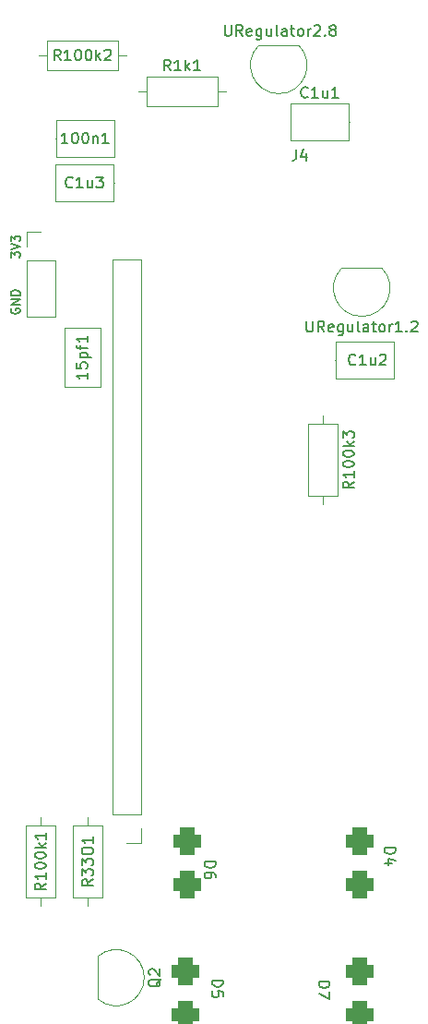
<source format=gto>
G04 #@! TF.GenerationSoftware,KiCad,Pcbnew,(6.0.11)*
G04 #@! TF.CreationDate,2023-02-17T15:39:36+01:00*
G04 #@! TF.ProjectId,vogelhuisje_camera_board,766f6765-6c68-4756-9973-6a655f63616d,rev?*
G04 #@! TF.SameCoordinates,Original*
G04 #@! TF.FileFunction,Legend,Top*
G04 #@! TF.FilePolarity,Positive*
%FSLAX46Y46*%
G04 Gerber Fmt 4.6, Leading zero omitted, Abs format (unit mm)*
G04 Created by KiCad (PCBNEW (6.0.11)) date 2023-02-17 15:39:36*
%MOMM*%
%LPD*%
G01*
G04 APERTURE LIST*
G04 Aperture macros list*
%AMRoundRect*
0 Rectangle with rounded corners*
0 $1 Rounding radius*
0 $2 $3 $4 $5 $6 $7 $8 $9 X,Y pos of 4 corners*
0 Add a 4 corners polygon primitive as box body*
4,1,4,$2,$3,$4,$5,$6,$7,$8,$9,$2,$3,0*
0 Add four circle primitives for the rounded corners*
1,1,$1+$1,$2,$3*
1,1,$1+$1,$4,$5*
1,1,$1+$1,$6,$7*
1,1,$1+$1,$8,$9*
0 Add four rect primitives between the rounded corners*
20,1,$1+$1,$2,$3,$4,$5,0*
20,1,$1+$1,$4,$5,$6,$7,0*
20,1,$1+$1,$6,$7,$8,$9,0*
20,1,$1+$1,$8,$9,$2,$3,0*%
G04 Aperture macros list end*
%ADD10C,0.152400*%
%ADD11C,0.150000*%
%ADD12C,0.120000*%
%ADD13R,1.300000X1.300000*%
%ADD14C,1.300000*%
%ADD15C,1.600000*%
%ADD16O,1.600000X1.600000*%
%ADD17R,2.200000X3.300000*%
%ADD18R,0.300000X1.100000*%
%ADD19RoundRect,0.625000X0.675000X0.625000X-0.675000X0.625000X-0.675000X-0.625000X0.675000X-0.625000X0*%
%ADD20R,1.500000X1.050000*%
%ADD21O,1.500000X1.050000*%
%ADD22R,1.700000X1.700000*%
%ADD23O,1.700000X1.700000*%
G04 APERTURE END LIST*
D10*
X91033600Y-83169276D02*
X90994895Y-83246685D01*
X90994895Y-83362800D01*
X91033600Y-83478914D01*
X91111009Y-83556323D01*
X91188419Y-83595028D01*
X91343238Y-83633733D01*
X91459352Y-83633733D01*
X91614171Y-83595028D01*
X91691580Y-83556323D01*
X91768990Y-83478914D01*
X91807695Y-83362800D01*
X91807695Y-83285390D01*
X91768990Y-83169276D01*
X91730285Y-83130571D01*
X91459352Y-83130571D01*
X91459352Y-83285390D01*
X91807695Y-82782228D02*
X90994895Y-82782228D01*
X91807695Y-82317771D01*
X90994895Y-82317771D01*
X91807695Y-81930723D02*
X90994895Y-81930723D01*
X90994895Y-81737200D01*
X91033600Y-81621085D01*
X91111009Y-81543676D01*
X91188419Y-81504971D01*
X91343238Y-81466266D01*
X91459352Y-81466266D01*
X91614171Y-81504971D01*
X91691580Y-81543676D01*
X91768990Y-81621085D01*
X91807695Y-81737200D01*
X91807695Y-81930723D01*
X90994895Y-78476323D02*
X90994895Y-77973161D01*
X91304533Y-78244095D01*
X91304533Y-78127980D01*
X91343238Y-78050571D01*
X91381942Y-78011866D01*
X91459352Y-77973161D01*
X91652876Y-77973161D01*
X91730285Y-78011866D01*
X91768990Y-78050571D01*
X91807695Y-78127980D01*
X91807695Y-78360209D01*
X91768990Y-78437619D01*
X91730285Y-78476323D01*
X90994895Y-77740933D02*
X91807695Y-77470000D01*
X90994895Y-77199066D01*
X90994895Y-77005542D02*
X90994895Y-76502380D01*
X91304533Y-76773314D01*
X91304533Y-76657200D01*
X91343238Y-76579790D01*
X91381942Y-76541085D01*
X91459352Y-76502380D01*
X91652876Y-76502380D01*
X91730285Y-76541085D01*
X91768990Y-76579790D01*
X91807695Y-76657200D01*
X91807695Y-76889428D01*
X91768990Y-76966838D01*
X91730285Y-77005542D01*
D11*
X110628571Y-57152380D02*
X110628571Y-57961904D01*
X110676190Y-58057142D01*
X110723809Y-58104761D01*
X110819047Y-58152380D01*
X111009523Y-58152380D01*
X111104761Y-58104761D01*
X111152380Y-58057142D01*
X111200000Y-57961904D01*
X111200000Y-57152380D01*
X112247619Y-58152380D02*
X111914285Y-57676190D01*
X111676190Y-58152380D02*
X111676190Y-57152380D01*
X112057142Y-57152380D01*
X112152380Y-57200000D01*
X112200000Y-57247619D01*
X112247619Y-57342857D01*
X112247619Y-57485714D01*
X112200000Y-57580952D01*
X112152380Y-57628571D01*
X112057142Y-57676190D01*
X111676190Y-57676190D01*
X113057142Y-58104761D02*
X112961904Y-58152380D01*
X112771428Y-58152380D01*
X112676190Y-58104761D01*
X112628571Y-58009523D01*
X112628571Y-57628571D01*
X112676190Y-57533333D01*
X112771428Y-57485714D01*
X112961904Y-57485714D01*
X113057142Y-57533333D01*
X113104761Y-57628571D01*
X113104761Y-57723809D01*
X112628571Y-57819047D01*
X113961904Y-57485714D02*
X113961904Y-58295238D01*
X113914285Y-58390476D01*
X113866666Y-58438095D01*
X113771428Y-58485714D01*
X113628571Y-58485714D01*
X113533333Y-58438095D01*
X113961904Y-58104761D02*
X113866666Y-58152380D01*
X113676190Y-58152380D01*
X113580952Y-58104761D01*
X113533333Y-58057142D01*
X113485714Y-57961904D01*
X113485714Y-57676190D01*
X113533333Y-57580952D01*
X113580952Y-57533333D01*
X113676190Y-57485714D01*
X113866666Y-57485714D01*
X113961904Y-57533333D01*
X114866666Y-57485714D02*
X114866666Y-58152380D01*
X114438095Y-57485714D02*
X114438095Y-58009523D01*
X114485714Y-58104761D01*
X114580952Y-58152380D01*
X114723809Y-58152380D01*
X114819047Y-58104761D01*
X114866666Y-58057142D01*
X115485714Y-58152380D02*
X115390476Y-58104761D01*
X115342857Y-58009523D01*
X115342857Y-57152380D01*
X116295238Y-58152380D02*
X116295238Y-57628571D01*
X116247619Y-57533333D01*
X116152380Y-57485714D01*
X115961904Y-57485714D01*
X115866666Y-57533333D01*
X116295238Y-58104761D02*
X116200000Y-58152380D01*
X115961904Y-58152380D01*
X115866666Y-58104761D01*
X115819047Y-58009523D01*
X115819047Y-57914285D01*
X115866666Y-57819047D01*
X115961904Y-57771428D01*
X116200000Y-57771428D01*
X116295238Y-57723809D01*
X116628571Y-57485714D02*
X117009523Y-57485714D01*
X116771428Y-57152380D02*
X116771428Y-58009523D01*
X116819047Y-58104761D01*
X116914285Y-58152380D01*
X117009523Y-58152380D01*
X117485714Y-58152380D02*
X117390476Y-58104761D01*
X117342857Y-58057142D01*
X117295238Y-57961904D01*
X117295238Y-57676190D01*
X117342857Y-57580952D01*
X117390476Y-57533333D01*
X117485714Y-57485714D01*
X117628571Y-57485714D01*
X117723809Y-57533333D01*
X117771428Y-57580952D01*
X117819047Y-57676190D01*
X117819047Y-57961904D01*
X117771428Y-58057142D01*
X117723809Y-58104761D01*
X117628571Y-58152380D01*
X117485714Y-58152380D01*
X118247619Y-58152380D02*
X118247619Y-57485714D01*
X118247619Y-57676190D02*
X118295238Y-57580952D01*
X118342857Y-57533333D01*
X118438095Y-57485714D01*
X118533333Y-57485714D01*
X118819047Y-57247619D02*
X118866666Y-57200000D01*
X118961904Y-57152380D01*
X119200000Y-57152380D01*
X119295238Y-57200000D01*
X119342857Y-57247619D01*
X119390476Y-57342857D01*
X119390476Y-57438095D01*
X119342857Y-57580952D01*
X118771428Y-58152380D01*
X119390476Y-58152380D01*
X119819047Y-58057142D02*
X119866666Y-58104761D01*
X119819047Y-58152380D01*
X119771428Y-58104761D01*
X119819047Y-58057142D01*
X119819047Y-58152380D01*
X120438095Y-57580952D02*
X120342857Y-57533333D01*
X120295238Y-57485714D01*
X120247619Y-57390476D01*
X120247619Y-57342857D01*
X120295238Y-57247619D01*
X120342857Y-57200000D01*
X120438095Y-57152380D01*
X120628571Y-57152380D01*
X120723809Y-57200000D01*
X120771428Y-57247619D01*
X120819047Y-57342857D01*
X120819047Y-57390476D01*
X120771428Y-57485714D01*
X120723809Y-57533333D01*
X120628571Y-57580952D01*
X120438095Y-57580952D01*
X120342857Y-57628571D01*
X120295238Y-57676190D01*
X120247619Y-57771428D01*
X120247619Y-57961904D01*
X120295238Y-58057142D01*
X120342857Y-58104761D01*
X120438095Y-58152380D01*
X120628571Y-58152380D01*
X120723809Y-58104761D01*
X120771428Y-58057142D01*
X120819047Y-57961904D01*
X120819047Y-57771428D01*
X120771428Y-57676190D01*
X120723809Y-57628571D01*
X120628571Y-57580952D01*
X118118571Y-84292380D02*
X118118571Y-85101904D01*
X118166190Y-85197142D01*
X118213809Y-85244761D01*
X118309047Y-85292380D01*
X118499523Y-85292380D01*
X118594761Y-85244761D01*
X118642380Y-85197142D01*
X118690000Y-85101904D01*
X118690000Y-84292380D01*
X119737619Y-85292380D02*
X119404285Y-84816190D01*
X119166190Y-85292380D02*
X119166190Y-84292380D01*
X119547142Y-84292380D01*
X119642380Y-84340000D01*
X119690000Y-84387619D01*
X119737619Y-84482857D01*
X119737619Y-84625714D01*
X119690000Y-84720952D01*
X119642380Y-84768571D01*
X119547142Y-84816190D01*
X119166190Y-84816190D01*
X120547142Y-85244761D02*
X120451904Y-85292380D01*
X120261428Y-85292380D01*
X120166190Y-85244761D01*
X120118571Y-85149523D01*
X120118571Y-84768571D01*
X120166190Y-84673333D01*
X120261428Y-84625714D01*
X120451904Y-84625714D01*
X120547142Y-84673333D01*
X120594761Y-84768571D01*
X120594761Y-84863809D01*
X120118571Y-84959047D01*
X121451904Y-84625714D02*
X121451904Y-85435238D01*
X121404285Y-85530476D01*
X121356666Y-85578095D01*
X121261428Y-85625714D01*
X121118571Y-85625714D01*
X121023333Y-85578095D01*
X121451904Y-85244761D02*
X121356666Y-85292380D01*
X121166190Y-85292380D01*
X121070952Y-85244761D01*
X121023333Y-85197142D01*
X120975714Y-85101904D01*
X120975714Y-84816190D01*
X121023333Y-84720952D01*
X121070952Y-84673333D01*
X121166190Y-84625714D01*
X121356666Y-84625714D01*
X121451904Y-84673333D01*
X122356666Y-84625714D02*
X122356666Y-85292380D01*
X121928095Y-84625714D02*
X121928095Y-85149523D01*
X121975714Y-85244761D01*
X122070952Y-85292380D01*
X122213809Y-85292380D01*
X122309047Y-85244761D01*
X122356666Y-85197142D01*
X122975714Y-85292380D02*
X122880476Y-85244761D01*
X122832857Y-85149523D01*
X122832857Y-84292380D01*
X123785238Y-85292380D02*
X123785238Y-84768571D01*
X123737619Y-84673333D01*
X123642380Y-84625714D01*
X123451904Y-84625714D01*
X123356666Y-84673333D01*
X123785238Y-85244761D02*
X123690000Y-85292380D01*
X123451904Y-85292380D01*
X123356666Y-85244761D01*
X123309047Y-85149523D01*
X123309047Y-85054285D01*
X123356666Y-84959047D01*
X123451904Y-84911428D01*
X123690000Y-84911428D01*
X123785238Y-84863809D01*
X124118571Y-84625714D02*
X124499523Y-84625714D01*
X124261428Y-84292380D02*
X124261428Y-85149523D01*
X124309047Y-85244761D01*
X124404285Y-85292380D01*
X124499523Y-85292380D01*
X124975714Y-85292380D02*
X124880476Y-85244761D01*
X124832857Y-85197142D01*
X124785238Y-85101904D01*
X124785238Y-84816190D01*
X124832857Y-84720952D01*
X124880476Y-84673333D01*
X124975714Y-84625714D01*
X125118571Y-84625714D01*
X125213809Y-84673333D01*
X125261428Y-84720952D01*
X125309047Y-84816190D01*
X125309047Y-85101904D01*
X125261428Y-85197142D01*
X125213809Y-85244761D01*
X125118571Y-85292380D01*
X124975714Y-85292380D01*
X125737619Y-85292380D02*
X125737619Y-84625714D01*
X125737619Y-84816190D02*
X125785238Y-84720952D01*
X125832857Y-84673333D01*
X125928095Y-84625714D01*
X126023333Y-84625714D01*
X126880476Y-85292380D02*
X126309047Y-85292380D01*
X126594761Y-85292380D02*
X126594761Y-84292380D01*
X126499523Y-84435238D01*
X126404285Y-84530476D01*
X126309047Y-84578095D01*
X127309047Y-85197142D02*
X127356666Y-85244761D01*
X127309047Y-85292380D01*
X127261428Y-85244761D01*
X127309047Y-85197142D01*
X127309047Y-85292380D01*
X127737619Y-84387619D02*
X127785238Y-84340000D01*
X127880476Y-84292380D01*
X128118571Y-84292380D01*
X128213809Y-84340000D01*
X128261428Y-84387619D01*
X128309047Y-84482857D01*
X128309047Y-84578095D01*
X128261428Y-84720952D01*
X127690000Y-85292380D01*
X128309047Y-85292380D01*
X118224761Y-63727142D02*
X118177142Y-63774761D01*
X118034285Y-63822380D01*
X117939047Y-63822380D01*
X117796190Y-63774761D01*
X117700952Y-63679523D01*
X117653333Y-63584285D01*
X117605714Y-63393809D01*
X117605714Y-63250952D01*
X117653333Y-63060476D01*
X117700952Y-62965238D01*
X117796190Y-62870000D01*
X117939047Y-62822380D01*
X118034285Y-62822380D01*
X118177142Y-62870000D01*
X118224761Y-62917619D01*
X119177142Y-63822380D02*
X118605714Y-63822380D01*
X118891428Y-63822380D02*
X118891428Y-62822380D01*
X118796190Y-62965238D01*
X118700952Y-63060476D01*
X118605714Y-63108095D01*
X120034285Y-63155714D02*
X120034285Y-63822380D01*
X119605714Y-63155714D02*
X119605714Y-63679523D01*
X119653333Y-63774761D01*
X119748571Y-63822380D01*
X119891428Y-63822380D01*
X119986666Y-63774761D01*
X120034285Y-63727142D01*
X121034285Y-63822380D02*
X120462857Y-63822380D01*
X120748571Y-63822380D02*
X120748571Y-62822380D01*
X120653333Y-62965238D01*
X120558095Y-63060476D01*
X120462857Y-63108095D01*
X117166666Y-68582380D02*
X117166666Y-69296666D01*
X117119047Y-69439523D01*
X117023809Y-69534761D01*
X116880952Y-69582380D01*
X116785714Y-69582380D01*
X118071428Y-68915714D02*
X118071428Y-69582380D01*
X117833333Y-68534761D02*
X117595238Y-69249047D01*
X118214285Y-69249047D01*
X119247619Y-144861904D02*
X120247619Y-144861904D01*
X120247619Y-145100000D01*
X120200000Y-145242857D01*
X120104761Y-145338095D01*
X120009523Y-145385714D01*
X119819047Y-145433333D01*
X119676190Y-145433333D01*
X119485714Y-145385714D01*
X119390476Y-145338095D01*
X119295238Y-145242857D01*
X119247619Y-145100000D01*
X119247619Y-144861904D01*
X120247619Y-145766666D02*
X120247619Y-146433333D01*
X119247619Y-146004761D01*
X95536000Y-60396380D02*
X95202666Y-59920190D01*
X94964571Y-60396380D02*
X94964571Y-59396380D01*
X95345523Y-59396380D01*
X95440761Y-59444000D01*
X95488380Y-59491619D01*
X95536000Y-59586857D01*
X95536000Y-59729714D01*
X95488380Y-59824952D01*
X95440761Y-59872571D01*
X95345523Y-59920190D01*
X94964571Y-59920190D01*
X96488380Y-60396380D02*
X95916952Y-60396380D01*
X96202666Y-60396380D02*
X96202666Y-59396380D01*
X96107428Y-59539238D01*
X96012190Y-59634476D01*
X95916952Y-59682095D01*
X97107428Y-59396380D02*
X97202666Y-59396380D01*
X97297904Y-59444000D01*
X97345523Y-59491619D01*
X97393142Y-59586857D01*
X97440761Y-59777333D01*
X97440761Y-60015428D01*
X97393142Y-60205904D01*
X97345523Y-60301142D01*
X97297904Y-60348761D01*
X97202666Y-60396380D01*
X97107428Y-60396380D01*
X97012190Y-60348761D01*
X96964571Y-60301142D01*
X96916952Y-60205904D01*
X96869333Y-60015428D01*
X96869333Y-59777333D01*
X96916952Y-59586857D01*
X96964571Y-59491619D01*
X97012190Y-59444000D01*
X97107428Y-59396380D01*
X98059809Y-59396380D02*
X98155047Y-59396380D01*
X98250285Y-59444000D01*
X98297904Y-59491619D01*
X98345523Y-59586857D01*
X98393142Y-59777333D01*
X98393142Y-60015428D01*
X98345523Y-60205904D01*
X98297904Y-60301142D01*
X98250285Y-60348761D01*
X98155047Y-60396380D01*
X98059809Y-60396380D01*
X97964571Y-60348761D01*
X97916952Y-60301142D01*
X97869333Y-60205904D01*
X97821714Y-60015428D01*
X97821714Y-59777333D01*
X97869333Y-59586857D01*
X97916952Y-59491619D01*
X97964571Y-59444000D01*
X98059809Y-59396380D01*
X98821714Y-60396380D02*
X98821714Y-59396380D01*
X98916952Y-60015428D02*
X99202666Y-60396380D01*
X99202666Y-59729714D02*
X98821714Y-60110666D01*
X99583619Y-59491619D02*
X99631238Y-59444000D01*
X99726476Y-59396380D01*
X99964571Y-59396380D01*
X100059809Y-59444000D01*
X100107428Y-59491619D01*
X100155047Y-59586857D01*
X100155047Y-59682095D01*
X100107428Y-59824952D01*
X99536000Y-60396380D01*
X100155047Y-60396380D01*
X104749619Y-144611238D02*
X104702000Y-144706476D01*
X104606761Y-144801714D01*
X104463904Y-144944571D01*
X104416285Y-145039809D01*
X104416285Y-145135047D01*
X104654380Y-145087428D02*
X104606761Y-145182666D01*
X104511523Y-145277904D01*
X104321047Y-145325523D01*
X103987714Y-145325523D01*
X103797238Y-145277904D01*
X103702000Y-145182666D01*
X103654380Y-145087428D01*
X103654380Y-144896952D01*
X103702000Y-144801714D01*
X103797238Y-144706476D01*
X103987714Y-144658857D01*
X104321047Y-144658857D01*
X104511523Y-144706476D01*
X104606761Y-144801714D01*
X104654380Y-144896952D01*
X104654380Y-145087428D01*
X103749619Y-144277904D02*
X103702000Y-144230285D01*
X103654380Y-144135047D01*
X103654380Y-143896952D01*
X103702000Y-143801714D01*
X103749619Y-143754095D01*
X103844857Y-143706476D01*
X103940095Y-143706476D01*
X104082952Y-143754095D01*
X104654380Y-144325523D01*
X104654380Y-143706476D01*
X108767619Y-133881904D02*
X109767619Y-133881904D01*
X109767619Y-134120000D01*
X109720000Y-134262857D01*
X109624761Y-134358095D01*
X109529523Y-134405714D01*
X109339047Y-134453333D01*
X109196190Y-134453333D01*
X109005714Y-134405714D01*
X108910476Y-134358095D01*
X108815238Y-134262857D01*
X108767619Y-134120000D01*
X108767619Y-133881904D01*
X109767619Y-135310476D02*
X109767619Y-135120000D01*
X109720000Y-135024761D01*
X109672380Y-134977142D01*
X109529523Y-134881904D01*
X109339047Y-134834285D01*
X108958095Y-134834285D01*
X108862857Y-134881904D01*
X108815238Y-134929523D01*
X108767619Y-135024761D01*
X108767619Y-135215238D01*
X108815238Y-135310476D01*
X108862857Y-135358095D01*
X108958095Y-135405714D01*
X109196190Y-135405714D01*
X109291428Y-135358095D01*
X109339047Y-135310476D01*
X109386666Y-135215238D01*
X109386666Y-135024761D01*
X109339047Y-134929523D01*
X109291428Y-134881904D01*
X109196190Y-134834285D01*
X122602761Y-88241142D02*
X122555142Y-88288761D01*
X122412285Y-88336380D01*
X122317047Y-88336380D01*
X122174190Y-88288761D01*
X122078952Y-88193523D01*
X122031333Y-88098285D01*
X121983714Y-87907809D01*
X121983714Y-87764952D01*
X122031333Y-87574476D01*
X122078952Y-87479238D01*
X122174190Y-87384000D01*
X122317047Y-87336380D01*
X122412285Y-87336380D01*
X122555142Y-87384000D01*
X122602761Y-87431619D01*
X123555142Y-88336380D02*
X122983714Y-88336380D01*
X123269428Y-88336380D02*
X123269428Y-87336380D01*
X123174190Y-87479238D01*
X123078952Y-87574476D01*
X122983714Y-87622095D01*
X124412285Y-87669714D02*
X124412285Y-88336380D01*
X123983714Y-87669714D02*
X123983714Y-88193523D01*
X124031333Y-88288761D01*
X124126571Y-88336380D01*
X124269428Y-88336380D01*
X124364666Y-88288761D01*
X124412285Y-88241142D01*
X124840857Y-87431619D02*
X124888476Y-87384000D01*
X124983714Y-87336380D01*
X125221809Y-87336380D01*
X125317047Y-87384000D01*
X125364666Y-87431619D01*
X125412285Y-87526857D01*
X125412285Y-87622095D01*
X125364666Y-87764952D01*
X124793238Y-88336380D01*
X125412285Y-88336380D01*
X122456380Y-99028000D02*
X121980190Y-99361333D01*
X122456380Y-99599428D02*
X121456380Y-99599428D01*
X121456380Y-99218476D01*
X121504000Y-99123238D01*
X121551619Y-99075619D01*
X121646857Y-99028000D01*
X121789714Y-99028000D01*
X121884952Y-99075619D01*
X121932571Y-99123238D01*
X121980190Y-99218476D01*
X121980190Y-99599428D01*
X122456380Y-98075619D02*
X122456380Y-98647047D01*
X122456380Y-98361333D02*
X121456380Y-98361333D01*
X121599238Y-98456571D01*
X121694476Y-98551809D01*
X121742095Y-98647047D01*
X121456380Y-97456571D02*
X121456380Y-97361333D01*
X121504000Y-97266095D01*
X121551619Y-97218476D01*
X121646857Y-97170857D01*
X121837333Y-97123238D01*
X122075428Y-97123238D01*
X122265904Y-97170857D01*
X122361142Y-97218476D01*
X122408761Y-97266095D01*
X122456380Y-97361333D01*
X122456380Y-97456571D01*
X122408761Y-97551809D01*
X122361142Y-97599428D01*
X122265904Y-97647047D01*
X122075428Y-97694666D01*
X121837333Y-97694666D01*
X121646857Y-97647047D01*
X121551619Y-97599428D01*
X121504000Y-97551809D01*
X121456380Y-97456571D01*
X121456380Y-96504190D02*
X121456380Y-96408952D01*
X121504000Y-96313714D01*
X121551619Y-96266095D01*
X121646857Y-96218476D01*
X121837333Y-96170857D01*
X122075428Y-96170857D01*
X122265904Y-96218476D01*
X122361142Y-96266095D01*
X122408761Y-96313714D01*
X122456380Y-96408952D01*
X122456380Y-96504190D01*
X122408761Y-96599428D01*
X122361142Y-96647047D01*
X122265904Y-96694666D01*
X122075428Y-96742285D01*
X121837333Y-96742285D01*
X121646857Y-96694666D01*
X121551619Y-96647047D01*
X121504000Y-96599428D01*
X121456380Y-96504190D01*
X122456380Y-95742285D02*
X121456380Y-95742285D01*
X122075428Y-95647047D02*
X122456380Y-95361333D01*
X121789714Y-95361333D02*
X122170666Y-95742285D01*
X121456380Y-95028000D02*
X121456380Y-94408952D01*
X121837333Y-94742285D01*
X121837333Y-94599428D01*
X121884952Y-94504190D01*
X121932571Y-94456571D01*
X122027809Y-94408952D01*
X122265904Y-94408952D01*
X122361142Y-94456571D01*
X122408761Y-94504190D01*
X122456380Y-94599428D01*
X122456380Y-94885142D01*
X122408761Y-94980380D01*
X122361142Y-95028000D01*
X96194761Y-68016380D02*
X95623333Y-68016380D01*
X95909047Y-68016380D02*
X95909047Y-67016380D01*
X95813809Y-67159238D01*
X95718571Y-67254476D01*
X95623333Y-67302095D01*
X96813809Y-67016380D02*
X96909047Y-67016380D01*
X97004285Y-67064000D01*
X97051904Y-67111619D01*
X97099523Y-67206857D01*
X97147142Y-67397333D01*
X97147142Y-67635428D01*
X97099523Y-67825904D01*
X97051904Y-67921142D01*
X97004285Y-67968761D01*
X96909047Y-68016380D01*
X96813809Y-68016380D01*
X96718571Y-67968761D01*
X96670952Y-67921142D01*
X96623333Y-67825904D01*
X96575714Y-67635428D01*
X96575714Y-67397333D01*
X96623333Y-67206857D01*
X96670952Y-67111619D01*
X96718571Y-67064000D01*
X96813809Y-67016380D01*
X97766190Y-67016380D02*
X97861428Y-67016380D01*
X97956666Y-67064000D01*
X98004285Y-67111619D01*
X98051904Y-67206857D01*
X98099523Y-67397333D01*
X98099523Y-67635428D01*
X98051904Y-67825904D01*
X98004285Y-67921142D01*
X97956666Y-67968761D01*
X97861428Y-68016380D01*
X97766190Y-68016380D01*
X97670952Y-67968761D01*
X97623333Y-67921142D01*
X97575714Y-67825904D01*
X97528095Y-67635428D01*
X97528095Y-67397333D01*
X97575714Y-67206857D01*
X97623333Y-67111619D01*
X97670952Y-67064000D01*
X97766190Y-67016380D01*
X98528095Y-67349714D02*
X98528095Y-68016380D01*
X98528095Y-67444952D02*
X98575714Y-67397333D01*
X98670952Y-67349714D01*
X98813809Y-67349714D01*
X98909047Y-67397333D01*
X98956666Y-67492571D01*
X98956666Y-68016380D01*
X99956666Y-68016380D02*
X99385238Y-68016380D01*
X99670952Y-68016380D02*
X99670952Y-67016380D01*
X99575714Y-67159238D01*
X99480476Y-67254476D01*
X99385238Y-67302095D01*
X125277619Y-132611904D02*
X126277619Y-132611904D01*
X126277619Y-132850000D01*
X126230000Y-132992857D01*
X126134761Y-133088095D01*
X126039523Y-133135714D01*
X125849047Y-133183333D01*
X125706190Y-133183333D01*
X125515714Y-133135714D01*
X125420476Y-133088095D01*
X125325238Y-132992857D01*
X125277619Y-132850000D01*
X125277619Y-132611904D01*
X125944285Y-134040476D02*
X125277619Y-134040476D01*
X126325238Y-133802380D02*
X125610952Y-133564285D01*
X125610952Y-134183333D01*
X96634761Y-71985142D02*
X96587142Y-72032761D01*
X96444285Y-72080380D01*
X96349047Y-72080380D01*
X96206190Y-72032761D01*
X96110952Y-71937523D01*
X96063333Y-71842285D01*
X96015714Y-71651809D01*
X96015714Y-71508952D01*
X96063333Y-71318476D01*
X96110952Y-71223238D01*
X96206190Y-71128000D01*
X96349047Y-71080380D01*
X96444285Y-71080380D01*
X96587142Y-71128000D01*
X96634761Y-71175619D01*
X97587142Y-72080380D02*
X97015714Y-72080380D01*
X97301428Y-72080380D02*
X97301428Y-71080380D01*
X97206190Y-71223238D01*
X97110952Y-71318476D01*
X97015714Y-71366095D01*
X98444285Y-71413714D02*
X98444285Y-72080380D01*
X98015714Y-71413714D02*
X98015714Y-71937523D01*
X98063333Y-72032761D01*
X98158571Y-72080380D01*
X98301428Y-72080380D01*
X98396666Y-72032761D01*
X98444285Y-71985142D01*
X98825238Y-71080380D02*
X99444285Y-71080380D01*
X99110952Y-71461333D01*
X99253809Y-71461333D01*
X99349047Y-71508952D01*
X99396666Y-71556571D01*
X99444285Y-71651809D01*
X99444285Y-71889904D01*
X99396666Y-71985142D01*
X99349047Y-72032761D01*
X99253809Y-72080380D01*
X98968095Y-72080380D01*
X98872857Y-72032761D01*
X98825238Y-71985142D01*
X94178380Y-135858000D02*
X93702190Y-136191333D01*
X94178380Y-136429428D02*
X93178380Y-136429428D01*
X93178380Y-136048476D01*
X93226000Y-135953238D01*
X93273619Y-135905619D01*
X93368857Y-135858000D01*
X93511714Y-135858000D01*
X93606952Y-135905619D01*
X93654571Y-135953238D01*
X93702190Y-136048476D01*
X93702190Y-136429428D01*
X94178380Y-134905619D02*
X94178380Y-135477047D01*
X94178380Y-135191333D02*
X93178380Y-135191333D01*
X93321238Y-135286571D01*
X93416476Y-135381809D01*
X93464095Y-135477047D01*
X93178380Y-134286571D02*
X93178380Y-134191333D01*
X93226000Y-134096095D01*
X93273619Y-134048476D01*
X93368857Y-134000857D01*
X93559333Y-133953238D01*
X93797428Y-133953238D01*
X93987904Y-134000857D01*
X94083142Y-134048476D01*
X94130761Y-134096095D01*
X94178380Y-134191333D01*
X94178380Y-134286571D01*
X94130761Y-134381809D01*
X94083142Y-134429428D01*
X93987904Y-134477047D01*
X93797428Y-134524666D01*
X93559333Y-134524666D01*
X93368857Y-134477047D01*
X93273619Y-134429428D01*
X93226000Y-134381809D01*
X93178380Y-134286571D01*
X93178380Y-133334190D02*
X93178380Y-133238952D01*
X93226000Y-133143714D01*
X93273619Y-133096095D01*
X93368857Y-133048476D01*
X93559333Y-133000857D01*
X93797428Y-133000857D01*
X93987904Y-133048476D01*
X94083142Y-133096095D01*
X94130761Y-133143714D01*
X94178380Y-133238952D01*
X94178380Y-133334190D01*
X94130761Y-133429428D01*
X94083142Y-133477047D01*
X93987904Y-133524666D01*
X93797428Y-133572285D01*
X93559333Y-133572285D01*
X93368857Y-133524666D01*
X93273619Y-133477047D01*
X93226000Y-133429428D01*
X93178380Y-133334190D01*
X94178380Y-132572285D02*
X93178380Y-132572285D01*
X93797428Y-132477047D02*
X94178380Y-132191333D01*
X93511714Y-132191333D02*
X93892666Y-132572285D01*
X94178380Y-131238952D02*
X94178380Y-131810380D01*
X94178380Y-131524666D02*
X93178380Y-131524666D01*
X93321238Y-131619904D01*
X93416476Y-131715142D01*
X93464095Y-131810380D01*
X105632380Y-61328380D02*
X105299047Y-60852190D01*
X105060952Y-61328380D02*
X105060952Y-60328380D01*
X105441904Y-60328380D01*
X105537142Y-60376000D01*
X105584761Y-60423619D01*
X105632380Y-60518857D01*
X105632380Y-60661714D01*
X105584761Y-60756952D01*
X105537142Y-60804571D01*
X105441904Y-60852190D01*
X105060952Y-60852190D01*
X106584761Y-61328380D02*
X106013333Y-61328380D01*
X106299047Y-61328380D02*
X106299047Y-60328380D01*
X106203809Y-60471238D01*
X106108571Y-60566476D01*
X106013333Y-60614095D01*
X107013333Y-61328380D02*
X107013333Y-60328380D01*
X107108571Y-60947428D02*
X107394285Y-61328380D01*
X107394285Y-60661714D02*
X107013333Y-61042666D01*
X108346666Y-61328380D02*
X107775238Y-61328380D01*
X108060952Y-61328380D02*
X108060952Y-60328380D01*
X107965714Y-60471238D01*
X107870476Y-60566476D01*
X107775238Y-60614095D01*
X109447619Y-144761904D02*
X110447619Y-144761904D01*
X110447619Y-145000000D01*
X110400000Y-145142857D01*
X110304761Y-145238095D01*
X110209523Y-145285714D01*
X110019047Y-145333333D01*
X109876190Y-145333333D01*
X109685714Y-145285714D01*
X109590476Y-145238095D01*
X109495238Y-145142857D01*
X109447619Y-145000000D01*
X109447619Y-144761904D01*
X110447619Y-146238095D02*
X110447619Y-145761904D01*
X109971428Y-145714285D01*
X110019047Y-145761904D01*
X110066666Y-145857142D01*
X110066666Y-146095238D01*
X110019047Y-146190476D01*
X109971428Y-146238095D01*
X109876190Y-146285714D01*
X109638095Y-146285714D01*
X109542857Y-146238095D01*
X109495238Y-146190476D01*
X109447619Y-146095238D01*
X109447619Y-145857142D01*
X109495238Y-145761904D01*
X109542857Y-145714285D01*
X97988380Y-89034761D02*
X97988380Y-89606190D01*
X97988380Y-89320476D02*
X96988380Y-89320476D01*
X97131238Y-89415714D01*
X97226476Y-89510952D01*
X97274095Y-89606190D01*
X96988380Y-88130000D02*
X96988380Y-88606190D01*
X97464571Y-88653809D01*
X97416952Y-88606190D01*
X97369333Y-88510952D01*
X97369333Y-88272857D01*
X97416952Y-88177619D01*
X97464571Y-88130000D01*
X97559809Y-88082380D01*
X97797904Y-88082380D01*
X97893142Y-88130000D01*
X97940761Y-88177619D01*
X97988380Y-88272857D01*
X97988380Y-88510952D01*
X97940761Y-88606190D01*
X97893142Y-88653809D01*
X97321714Y-87653809D02*
X98321714Y-87653809D01*
X97369333Y-87653809D02*
X97321714Y-87558571D01*
X97321714Y-87368095D01*
X97369333Y-87272857D01*
X97416952Y-87225238D01*
X97512190Y-87177619D01*
X97797904Y-87177619D01*
X97893142Y-87225238D01*
X97940761Y-87272857D01*
X97988380Y-87368095D01*
X97988380Y-87558571D01*
X97940761Y-87653809D01*
X97321714Y-86891904D02*
X97321714Y-86510952D01*
X97988380Y-86749047D02*
X97131238Y-86749047D01*
X97036000Y-86701428D01*
X96988380Y-86606190D01*
X96988380Y-86510952D01*
X97988380Y-85653809D02*
X97988380Y-86225238D01*
X97988380Y-85939523D02*
X96988380Y-85939523D01*
X97131238Y-86034761D01*
X97226476Y-86130000D01*
X97274095Y-86225238D01*
X98496380Y-135500857D02*
X98020190Y-135834190D01*
X98496380Y-136072285D02*
X97496380Y-136072285D01*
X97496380Y-135691333D01*
X97544000Y-135596095D01*
X97591619Y-135548476D01*
X97686857Y-135500857D01*
X97829714Y-135500857D01*
X97924952Y-135548476D01*
X97972571Y-135596095D01*
X98020190Y-135691333D01*
X98020190Y-136072285D01*
X97496380Y-135167523D02*
X97496380Y-134548476D01*
X97877333Y-134881809D01*
X97877333Y-134738952D01*
X97924952Y-134643714D01*
X97972571Y-134596095D01*
X98067809Y-134548476D01*
X98305904Y-134548476D01*
X98401142Y-134596095D01*
X98448761Y-134643714D01*
X98496380Y-134738952D01*
X98496380Y-135024666D01*
X98448761Y-135119904D01*
X98401142Y-135167523D01*
X97496380Y-134215142D02*
X97496380Y-133596095D01*
X97877333Y-133929428D01*
X97877333Y-133786571D01*
X97924952Y-133691333D01*
X97972571Y-133643714D01*
X98067809Y-133596095D01*
X98305904Y-133596095D01*
X98401142Y-133643714D01*
X98448761Y-133691333D01*
X98496380Y-133786571D01*
X98496380Y-134072285D01*
X98448761Y-134167523D01*
X98401142Y-134215142D01*
X97496380Y-132977047D02*
X97496380Y-132786571D01*
X97544000Y-132691333D01*
X97639238Y-132596095D01*
X97829714Y-132548476D01*
X98163047Y-132548476D01*
X98353523Y-132596095D01*
X98448761Y-132691333D01*
X98496380Y-132786571D01*
X98496380Y-132977047D01*
X98448761Y-133072285D01*
X98353523Y-133167523D01*
X98163047Y-133215142D01*
X97829714Y-133215142D01*
X97639238Y-133167523D01*
X97544000Y-133072285D01*
X97496380Y-132977047D01*
X98496380Y-131596095D02*
X98496380Y-132167523D01*
X98496380Y-131881809D02*
X97496380Y-131881809D01*
X97639238Y-131977047D01*
X97734476Y-132072285D01*
X97782095Y-132167523D01*
D12*
X117370000Y-59004000D02*
X113770000Y-59004000D01*
X113731522Y-59015522D02*
G75*
G03*
X115570000Y-63454000I1838478J-1838478D01*
G01*
X115570000Y-63454001D02*
G75*
G03*
X117408478Y-59015522I0J2600001D01*
G01*
X124990000Y-79430000D02*
X121390000Y-79430000D01*
X121351522Y-79441522D02*
G75*
G03*
X123190000Y-83880000I1838478J-1838478D01*
G01*
X123190000Y-83880001D02*
G75*
G03*
X125028478Y-79441522I0J2600001D01*
G01*
X122030000Y-66040000D02*
X121990000Y-66040000D01*
X116650000Y-67710000D02*
X121990000Y-67710000D01*
X116650000Y-64370000D02*
X116650000Y-67710000D01*
X121990000Y-64370000D02*
X116650000Y-64370000D01*
X116610000Y-66040000D02*
X116650000Y-66040000D01*
X121990000Y-67710000D02*
X121990000Y-64370000D01*
X101576000Y-59944000D02*
X100806000Y-59944000D01*
X94266000Y-58574000D02*
X94266000Y-61314000D01*
X100806000Y-58574000D02*
X94266000Y-58574000D01*
X93496000Y-59944000D02*
X94266000Y-59944000D01*
X100806000Y-61314000D02*
X100806000Y-58574000D01*
X94266000Y-61314000D02*
X100806000Y-61314000D01*
X98942000Y-142576000D02*
X98942000Y-146426000D01*
X98951878Y-146464611D02*
G75*
G03*
X98942000Y-142576000I1690122J1948611D01*
G01*
X126114000Y-86214000D02*
X120774000Y-86214000D01*
X126114000Y-89554000D02*
X126114000Y-86214000D01*
X120774000Y-86214000D02*
X120774000Y-89554000D01*
X126154000Y-87884000D02*
X126114000Y-87884000D01*
X120774000Y-89554000D02*
X126114000Y-89554000D01*
X120734000Y-87884000D02*
X120774000Y-87884000D01*
X119634000Y-92988000D02*
X119634000Y-93758000D01*
X118264000Y-100298000D02*
X121004000Y-100298000D01*
X121004000Y-100298000D02*
X121004000Y-93758000D01*
X119634000Y-101068000D02*
X119634000Y-100298000D01*
X121004000Y-93758000D02*
X118264000Y-93758000D01*
X118264000Y-93758000D02*
X118264000Y-100298000D01*
X102930000Y-78680000D02*
X100270000Y-78680000D01*
X102930000Y-130810000D02*
X102930000Y-132140000D01*
X100270000Y-129540000D02*
X100270000Y-78680000D01*
X102930000Y-132140000D02*
X101600000Y-132140000D01*
X102930000Y-129540000D02*
X102930000Y-78680000D01*
X102930000Y-129540000D02*
X100270000Y-129540000D01*
X100460000Y-65894000D02*
X95120000Y-65894000D01*
X95120000Y-69234000D02*
X100460000Y-69234000D01*
X95080000Y-67564000D02*
X95120000Y-67564000D01*
X100500000Y-67564000D02*
X100460000Y-67564000D01*
X95120000Y-65894000D02*
X95120000Y-69234000D01*
X100460000Y-69234000D02*
X100460000Y-65894000D01*
X95060000Y-73298000D02*
X100400000Y-73298000D01*
X95020000Y-71628000D02*
X95060000Y-71628000D01*
X100400000Y-73298000D02*
X100400000Y-69958000D01*
X95060000Y-69958000D02*
X95060000Y-73298000D01*
X100440000Y-71628000D02*
X100400000Y-71628000D01*
X100400000Y-69958000D02*
X95060000Y-69958000D01*
X93726000Y-129818000D02*
X93726000Y-130588000D01*
X93726000Y-137898000D02*
X93726000Y-137128000D01*
X92356000Y-137128000D02*
X95096000Y-137128000D01*
X92356000Y-130588000D02*
X92356000Y-137128000D01*
X95096000Y-137128000D02*
X95096000Y-130588000D01*
X95096000Y-130588000D02*
X92356000Y-130588000D01*
X109950000Y-64616000D02*
X109950000Y-61876000D01*
X103410000Y-61876000D02*
X103410000Y-64616000D01*
X103410000Y-64616000D02*
X109950000Y-64616000D01*
X110720000Y-63246000D02*
X109950000Y-63246000D01*
X109950000Y-61876000D02*
X103410000Y-61876000D01*
X102640000Y-63246000D02*
X103410000Y-63246000D01*
X97536000Y-90340000D02*
X97536000Y-90300000D01*
X99206000Y-84960000D02*
X95866000Y-84960000D01*
X95866000Y-84960000D02*
X95866000Y-90300000D01*
X99206000Y-90300000D02*
X99206000Y-84960000D01*
X97536000Y-84920000D02*
X97536000Y-84960000D01*
X95866000Y-90300000D02*
X99206000Y-90300000D01*
X99414000Y-137128000D02*
X99414000Y-130588000D01*
X96674000Y-130588000D02*
X96674000Y-137128000D01*
X99414000Y-130588000D02*
X96674000Y-130588000D01*
X96674000Y-137128000D02*
X99414000Y-137128000D01*
X98044000Y-129818000D02*
X98044000Y-130588000D01*
X98044000Y-137898000D02*
X98044000Y-137128000D01*
X92396000Y-77485000D02*
X92396000Y-76155000D01*
X92396000Y-83895000D02*
X95056000Y-83895000D01*
X92396000Y-78755000D02*
X92396000Y-83895000D01*
X92396000Y-76155000D02*
X93726000Y-76155000D01*
X92396000Y-78755000D02*
X95056000Y-78755000D01*
X95056000Y-78755000D02*
X95056000Y-83895000D01*
%LPC*%
D13*
X116840000Y-60854000D03*
D14*
X115570000Y-62124000D03*
X114300000Y-60854000D03*
D13*
X124460000Y-81280000D03*
D14*
X123190000Y-82550000D03*
X121920000Y-81280000D03*
D15*
X115570000Y-66040000D03*
D16*
X123070000Y-66040000D03*
D17*
X107650000Y-73300000D03*
X122350000Y-73300000D03*
D18*
X120750000Y-71080000D03*
X120250000Y-71080000D03*
X119750000Y-71080000D03*
X119250000Y-71080000D03*
X118750000Y-71080000D03*
X118250000Y-71080000D03*
X117750000Y-71080000D03*
X117250000Y-71080000D03*
X116750000Y-71080000D03*
X116250000Y-71080000D03*
X115750000Y-71080000D03*
X115250000Y-71080000D03*
X114750000Y-71080000D03*
X114250000Y-71080000D03*
X113750000Y-71080000D03*
X113250000Y-71080000D03*
X112750000Y-71080000D03*
X112250000Y-71080000D03*
X111750000Y-71080000D03*
X111250000Y-71080000D03*
X110750000Y-71080000D03*
X110250000Y-71080000D03*
X109750000Y-71080000D03*
X109250000Y-71080000D03*
D19*
X123000000Y-147900000D03*
X123000000Y-143900000D03*
D15*
X102616000Y-59944000D03*
D16*
X92456000Y-59944000D03*
D20*
X100642000Y-143326000D03*
D21*
X100642000Y-144596000D03*
X100642000Y-145866000D03*
D19*
X107200000Y-136000000D03*
X107200000Y-132000000D03*
D15*
X119694000Y-87884000D03*
D16*
X127194000Y-87884000D03*
D15*
X119634000Y-91948000D03*
D16*
X119634000Y-102108000D03*
D22*
X101600000Y-130810000D03*
D23*
X101600000Y-128270000D03*
X101600000Y-125730000D03*
X101600000Y-123190000D03*
X101600000Y-120650000D03*
X101600000Y-118110000D03*
X101600000Y-115570000D03*
X101600000Y-113030000D03*
X101600000Y-110490000D03*
X101600000Y-107950000D03*
X101600000Y-105410000D03*
X101600000Y-102870000D03*
X101600000Y-100330000D03*
X101600000Y-97790000D03*
X101600000Y-95250000D03*
X101600000Y-92710000D03*
X101600000Y-90170000D03*
X101600000Y-87630000D03*
X101600000Y-85090000D03*
X101600000Y-82550000D03*
X101600000Y-80010000D03*
D15*
X101540000Y-67564000D03*
D16*
X94040000Y-67564000D03*
D19*
X123000000Y-136000000D03*
X123000000Y-132000000D03*
D15*
X93980000Y-71628000D03*
D16*
X101480000Y-71628000D03*
D15*
X93726000Y-128778000D03*
D16*
X93726000Y-138938000D03*
D15*
X101600000Y-63246000D03*
D16*
X111760000Y-63246000D03*
D19*
X107000000Y-147900000D03*
X107000000Y-143900000D03*
D15*
X97536000Y-91380000D03*
D16*
X97536000Y-83880000D03*
D15*
X98044000Y-128778000D03*
D16*
X98044000Y-138938000D03*
D22*
X93726000Y-77485000D03*
D23*
X93726000Y-80025000D03*
X93726000Y-82565000D03*
M02*

</source>
